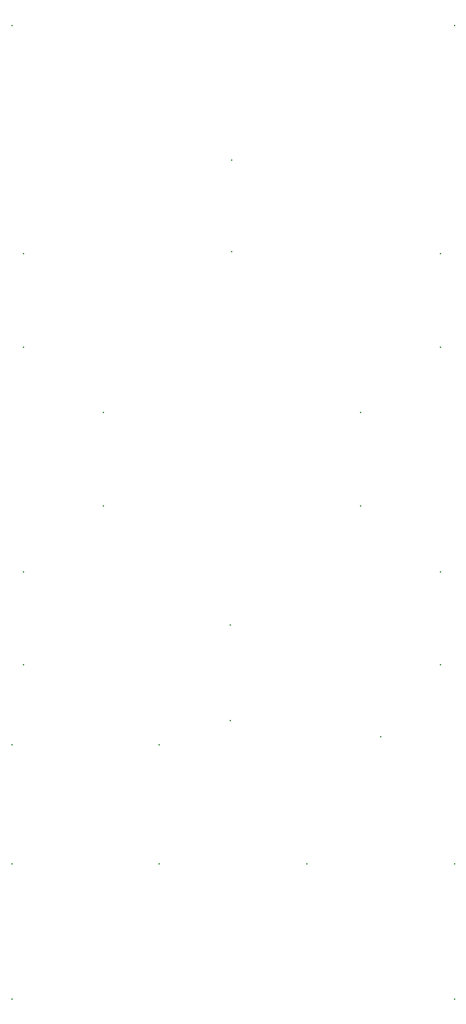
<source format=gbs>
G04 Layer_Color=16711935*
%FSAX44Y44*%
%MOMM*%
G71*
G01*
G75*
%ADD11C,0.2032*%
D11*
X01070000Y00920000D02*
D03*
X01256000Y01090000D02*
D03*
Y01240000D02*
D03*
X01345000Y01270000D02*
D03*
Y01390000D02*
D03*
X01510000Y01540000D02*
D03*
X01610000Y01457500D02*
D03*
Y01340000D02*
D03*
X01535000Y01250000D02*
D03*
X01442000Y01090000D02*
D03*
X01628000Y00920000D02*
D03*
Y01090000D02*
D03*
X01185000Y01540000D02*
D03*
Y01657500D02*
D03*
X01085000Y01740000D02*
D03*
Y01857500D02*
D03*
X01347500Y01860000D02*
D03*
Y01975000D02*
D03*
X01610000Y01740000D02*
D03*
X01510000Y01657500D02*
D03*
X01610000Y01857500D02*
D03*
X01628000Y02145000D02*
D03*
X01070000D02*
D03*
X01085000Y01457500D02*
D03*
Y01340000D02*
D03*
X01070000Y01240000D02*
D03*
Y01090000D02*
D03*
M02*

</source>
